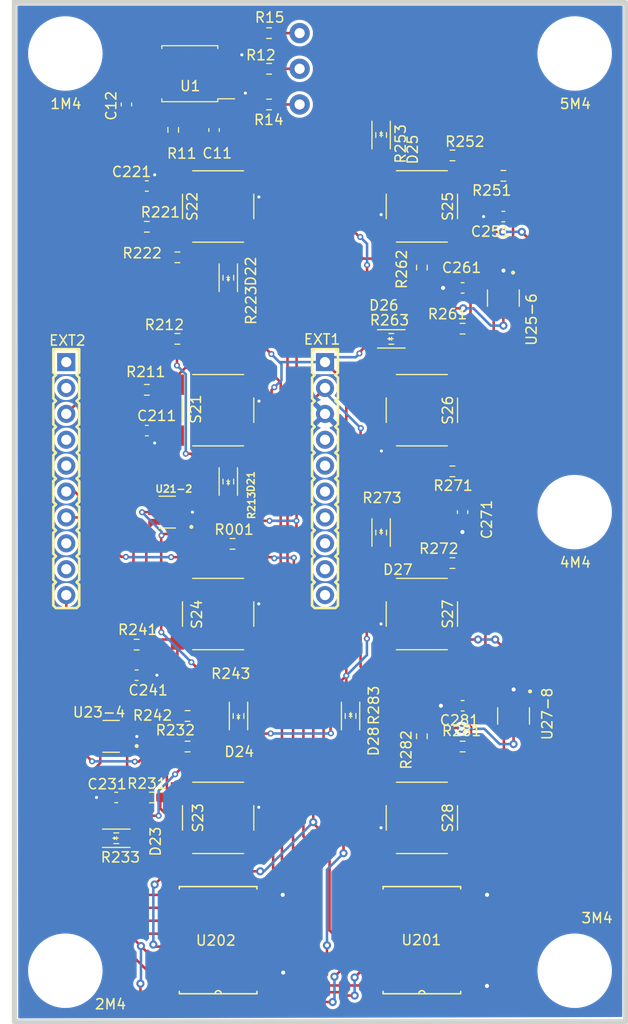
<source format=kicad_pcb>
(kicad_pcb (version 20211014) (generator pcbnew)
  (layers (0 "F.Cu" signal) (31 "B.Cu" power) (34 "B.Paste" user) (35 "F.Paste" user) (36 "B.SilkS" user "B.Silkscreen") (37 "F.SilkS" user "F.Silkscreen") (38 "B.Mask" user) (39 "F.Mask" user) (44 "Edge.Cuts" user))
  (net 0 "")
  (net 1 "/ADC_CH0-U11RP1")
  (net 2 "GND")
  (net 3 "+3V3")
  (net 4 "Net-(C211-Pad1)")
  (net 5 "Net-(C221-Pad1)")
  (net 6 "Net-(C231-Pad1)")
  (net 7 "Net-(C241-Pad1)")
  (net 8 "Net-(C251-Pad1)")
  (net 9 "Net-(C261-Pad1)")
  (net 10 "Net-(C271-Pad1)")
  (net 11 "Net-(C281-Pad1)")
  (net 12 "Net-(D21-Pad1)")
  (net 13 "+5V")
  (net 14 "Net-(D22-Pad1)")
  (net 15 "Net-(D23-Pad1)")
  (net 16 "Net-(D24-Pad1)")
  (net 17 "Net-(D25-Pad1)")
  (net 18 "Net-(D26-Pad1)")
  (net 19 "Net-(D27-Pad1)")
  (net 20 "Net-(D28-Pad1)")
  (net 31 "/GPIO32-INTB")
  (net 32 "/I2C_SCL")
  (net 35 "/I2C_SDA")
  (net 37 "Net-(R14-Pad1)")
  (net 38 "Net-(R15-Pad2)")
  (net 39 "Net-(R211-Pad2)")
  (net 40 "Net-(R221-Pad2)")
  (net 41 "Net-(R231-Pad2)")
  (net 42 "Net-(R241-Pad2)")
  (net 43 "Net-(R251-Pad2)")
  (net 44 "Net-(R261-Pad2)")
  (net 45 "Net-(R271-Pad2)")
  (net 46 "Net-(R281-Pad2)")
  (net 47 "/U20GPA7-S23LED")
  (net 48 "/U20GPA6-S24LED")
  (net 49 "/U20GPA5-S21LED")
  (net 50 "/U20GPA4-S22LED")
  (net 51 "/U20GPA1-S25LED")
  (net 52 "/U20GPA0-S26LED")
  (net 53 "/U20GPB0-U234S23")
  (net 54 "/U20GPB1-U234S24")
  (net 55 "/U20GPB2-U212S21")
  (net 56 "/U20GPB3-U212S22")
  (net 57 "/U20GPB4-U278S27")
  (net 58 "/U20GPB5-U278S28")
  (net 59 "/U20GPB6-U256S25")
  (net 60 "/U20GPB7-U256S26")
  (net 64 "Net-(R12-Pad1)")
  (net 65 "Net-(R12-Pad2)")
  (net 66 "/U20GPA3-S27LED")
  (net 67 "/U20GPA2-S28LED")
  (footprint "PCA8574D_518:SOIC127P1032X265-16N" (layer "F.Cu") (at 20 92 180)
    (fp_text reference "U202")
    (fp_text value "PCA8574D,518")
  )
  (footprint "Resistor_SMD:R_0603_1608Metric" (layer "F.Cu") (at 40 72 90)
    (fp_text reference "R282")
    (fp_text value "1KOhm")
  )
  (footprint "Resistor_SMD:R_0603_1608Metric" (layer "F.Cu") (at 13.5 78)
    (fp_text reference "R231")
    (fp_text value "10KOhm")
  )
  (footprint "MountingHole:MountingHole_4.3mm_M4_ISO14580" (layer "F.Cu") (at 5 95)
    (fp_text reference "2M4")
    (fp_text value "MountingHole_4.3mm_M4_ISO14580" hide)
  )
  (footprint "3006:3006.2100" (layer "F.Cu") (at 20 20.01 90)
    (fp_text reference "S22")
    (fp_text value "3006.2100")
  )
  (footprint "Resistor_SMD:R_0603_1608Metric" (layer "F.Cu") (at 33 70 90)
    (fp_text reference "R283")
    (fp_text value "150Ohm")
  )
  (footprint "3006:3006.2100" (layer "F.Cu") (at 40 80 -90)
    (fp_text reference "S28")
    (fp_text value "3006.2100")
  )
  (footprint "Resistor_SMD:R_0603_1608Metric" (layer "F.Cu") (at 17 70)
    (fp_text reference "R242")
    (fp_text value "1KOhm")
  )
  (footprint "NSI45020T1G:SOD3716X135N" (layer "F.Cu") (at 36 13 90)
    (fp_text reference "D25")
    (fp_text value "NSI45020T1G")
  )
  (footprint "connecteur:HN1x10" (layer "F.Cu") (at 30.492 46.71 -90)
    (fp_text reference "EXT1")
    (fp_text value "NS(HN1x10)" hide)
  )
  (footprint "Resistor_SMD:R_0603_1608Metric" (layer "F.Cu") (at 21.4122 53.1114)
    (fp_text reference "R001")
    (fp_text value "10kOhm")
  )
  (footprint "Resistor_SMD:R_0603_1608Metric" (layer "F.Cu") (at 44 32 180)
    (fp_text reference "R261")
    (fp_text value "10KOhm")
  )
  (footprint "Capacitor_SMD:C_0603_1608Metric" (layer "F.Cu") (at 44 28 180)
    (fp_text reference "C261")
    (fp_text value "100nF")
  )
  (footprint "Capacitor_SMD:C_0603_1608Metric" (layer "F.Cu") (at 48 21 180)
    (fp_text reference "C251")
    (fp_text value "100nF")
  )
  (footprint "Capacitor_SMD:C_0603_1608Metric" (layer "F.Cu") (at 13 42)
    (fp_text reference "C211")
    (fp_text value "100nF")
  )
  (footprint "Resistor_SMD:R_0603_1608Metric" (layer "F.Cu") (at 21 47 -90)
    (fp_text reference "R213")
    (fp_text value "150Ohm")
  )
  (footprint "Resistor_SMD:R_0603_1608Metric" (layer "F.Cu") (at 36 13 90)
    (fp_text reference "R253")
    (fp_text value "150Ohm")
  )
  (footprint "Resistor_SMD:R_0603_1608Metric" (layer "F.Cu") (at 22 70 -90)
    (fp_text reference "R243")
    (fp_text value "150Ohm")
  )
  (footprint "SN74LVC2G14DBVTG4:SOT95P280X145-6N" (layer "F.Cu") (at 9.5 72 180)
    (fp_text reference "U23-4")
    (fp_text value "SN74LVC2G14DBVTG4")
  )
  (footprint "MountingHole:MountingHole_4.3mm_M4_ISO14580" (layer "F.Cu") (at 55 95)
    (fp_text reference "3M4")
    (fp_text value "MountingHole_4.3mm_M4_ISO14580" hide)
  )
  (footprint "Resistor_SMD:R_0603_1608Metric" (layer "F.Cu") (at 25 6.5 180)
    (fp_text reference "R12")
    (fp_text value "150Ohm")
  )
  (footprint "SN74LVC2G14DBVTG4:SOT95P280X145-6N" (layer "F.Cu") (at 48 29 -90)
    (fp_text reference "U25-6")
    (fp_text value "SN74LVC2G14DBVTG4")
  )
  (footprint "connecteur:HN1x10" (layer "F.Cu") (at 5.092 46.71 -90)
    (fp_text reference "EXT2")
    (fp_text value "NS(HN1x10)" hide)
  )
  (footprint "NSI45020T1G:SOD3716X135N" (layer "F.Cu") (at 22 70 -90)
    (fp_text reference "D24")
    (fp_text value "NSI45020T1G")
  )
  (footprint "MountingHole:MountingHole_4.3mm_M4_ISO14580" (layer "F.Cu") (at 55 50)
    (fp_text reference "4M4")
    (fp_text value "MountingHole_4.3mm_M4_ISO14580" hide)
  )
  (footprint "3006:3006.2100" (layer "F.Cu") (at 20 80 90)
    (fp_text reference "S23")
    (fp_text value "3006.2100")
  )
  (footprint "MountingHole:MountingHole_4.3mm_M4_ISO14580" (layer "F.Cu") (at 55 5)
    (fp_text reference "5M4")
    (fp_text value "MountingHole_4.3mm_M4_ISO14580" hide)
  )
  (footprint "Resistor_SMD:R_0603_1608Metric" (layer "F.Cu") (at 43 55 180)
    (fp_text reference "R272")
    (fp_text value "1KOhm")
  )
  (footprint "Resistor_SMD:R_0603_1608Metric" (layer "F.Cu") (at 10 82 180)
    (fp_text reference "R233")
    (fp_text value "150Ohm")
  )
  (footprint "Capacitor_SMD:C_0603_1608Metric" (layer "F.Cu") (at 13 18)
    (fp_text reference "C221")
    (fp_text value "100nF")
  )
  (footprint "PCA8574D_518:SOIC127P1032X265-16N" (layer "F.Cu") (at 40 92 180)
    (fp_text reference "U201")
    (fp_text value "PCA8574D,518")
  )
  (footprint "NSI45020T1G:SOD3716X135N" (layer "F.Cu") (at 33 70 90)
    (fp_text reference "D28")
    (fp_text value "NSI45020T1G")
  )
  (footprint "NSI45020T1G:SOD3716X135N" (layer "F.Cu") (at 21 47 -90)
    (fp_text reference "D21")
    (fp_text value "NSI45020T1G")
  )
  (footprint "NSI45020T1G:SOD3716X135N" (layer "F.Cu") (at 21 27 -90)
    (fp_text reference "D22")
    (fp_text value "NSI45020T1G")
  )
  (footprint "Capacitor_SMD:C_0603_1608Metric" (layer "F.Cu") (at 44 50 -90)
    (fp_text reference "C271")
    (fp_text value "100nF")
  )
  (footprint "Resistor_SMD:R_0603_1608Metric" (layer "F.Cu") (at 37 33 180)
    (fp_text reference "R263")
    (fp_text value "150Ohm")
  )
  (footprint "Resistor_SMD:R_0603_1608Metric" (layer "F.Cu") (at 25 3)
    (fp_text reference "R15")
    (fp_text value "3.9kOhm")
  )
  (footprint "3006:3006.2100" (layer "F.Cu") (at 40 20 -90)
    (fp_text reference "S25")
    (fp_text value "3006.2100")
  )
  (footprint "3006:3006.2100" (layer "F.Cu") (at 40 60 -90)
    (fp_text reference "S27")
    (fp_text value "3006.2100")
  )
  (footprint "Resistor_SMD:R_0603_1608Metric" (layer "F.Cu") (at 16 33)
    (fp_text reference "R212")
    (fp_text value "1KOhm")
  )
  (footprint "Resistor_SMD:R_0603_1608Metric" (layer "F.Cu") (at 48 17 180)
    (fp_text reference "R251")
    (fp_text value "10KOhm")
  )
  (footprint "NSI45020T1G:SOD3716X135N" (layer "F.Cu") (at 37 33 180)
    (fp_text reference "D26")
    (fp_text value "NSI45020T1G")
  )
  (footprint "Capacitor_SMD:C_0603_1608Metric" (layer "F.Cu") (at 12 66)
    (fp_text reference "C241")
    (fp_text value "100nF")
  )
  (footprint "Capacitor_SMD:C_0603_1608Metric" (layer "F.Cu") (at 44 69 180)
    (fp_text reference "C281")
    (fp_text value "100nF")
  )
  (footprint "Resistor_SMD:R_0603_1608Metric" (layer "F.Cu") (at 12 63)
    (fp_text reference "R241")
    (fp_text value "10KOhm")
  )
  (footprint "Package_SO:SOIC-8_5.275x5.275mm_P1.27mm" (layer "F.Cu") (at 17.22 6.98 180)
    (fp_text reference "U1")
    (fp_text value "LM358")
  )
  (footprint "Capacitor_SMD:C_0603_1608Metric" (layer "F.Cu") (at 11 10 -90)
    (fp_text reference "C12")
    (fp_text value "100nF")
  )
  (footprint "Resistor_SMD:R_0603_1608Metric" (layer "F.Cu") (at 16 25)
    (fp_text reference "R222")
    (fp_text value "1KOhm")
  )
  (footprint "Resistor_SMD:R_0603_1608Metric" (layer "F.Cu") (at 36 52 90)
    (fp_text reference "R273")
    (fp_text value "150Ohm")
  )
  (footprint "NSI45020T1G:SOD3716X135N" (layer "F.Cu") (at 10 82 180)
    (fp_text reference "D23")
    (fp_text value "NSI45020T1G")
  )
  (footprint "SN74LVC2G14DBVTG4:SOT95P280X145-6N" (layer "F.Cu") (at 49 70 -90)
    (fp_text reference "U27-8")
    (fp_text value "SN74LVC2G14DBVTG4")
  )
  (footprint "Resistor_SMD:R_0603_1608Metric" (layer "F.Cu") (at 40 26 90)
    (fp_text reference "R262")
    (fp_text value "1KOhm")
  )
  (footprint "Resistor_SMD:R_0603_1608Metric" (layer "F.Cu") (at 43 46 180)
    (fp_text reference "R271")
    (fp_text value "10KOhm")
  )
  (footprint "3006:3006.2100" (layer "F.Cu") (at 20 40 90)
    (fp_text reference "S21")
    (fp_text value "3006.2100")
  )
  (footprint "Resistor_SMD:R_0603_1608Metric" (layer "F.Cu") (at 15.59 12.495 -90)
    (fp_text reference "R11")
    (fp_text value "10KOhm")
  )
  (footprint "Resistor_SMD:R_0603_1608Metric" (layer "F.Cu") (at 17 73)
    (fp_text reference "R232")
    (fp_text value "1KOhm")
  )
  (footprint "Capacitor_SMD:C_0603_1608Metric" (layer "F.Cu") (at 19.6 12.505 90)
    (fp_text reference "C11")
    (fp_text value "100nF")
  )
  (footprint "Resistor_SMD:R_0603_1608Metric" (layer "F.Cu") (at 13 38)
    (fp_text reference "R211")
    (fp_text value "10KOhm")
  )
  (footprint "NSI45020T1G:SOD3716X135N" (layer "F.Cu") (at 36 52 90)
    (fp_text reference "D27")
    (fp_text value "NSI45020T1G")
  )
  (footprint "SN74LVC2G14DBVTG4:SOT95P280X145-6N" (layer "F.Cu") (at 15 50 180)
    (fp_text reference "U21-2")
    (fp_text value "SN74LVC2G14DBVTG4")
  )
  (footprint "Resistor_SMD:R_0603_1608Metric" (layer "F.Cu") (at 21 27 -90)
    (fp_text reference "R223")
    (fp_text value "150Ohm")
  )
  (footprint "3006:3006.2100" (layer "F.Cu") (at 40 40 -90)
    (fp_text reference "S26")
    (fp_text value "3006.2100")
  )
  (footprint "Resistor_SMD:R_0603_1608Metric" (layer "F.Cu") (at 13 22)
    (fp_text reference "R221")
    (fp_text value "10KOhm")
  )
  (footprint "3006:3006.2100" (layer "F.Cu") (at 20 60 90)
    (fp_text reference "S24")
    (fp_text value "3006.2100")
  )
  (footprint "Capacitor_SMD:C_0603_1608Metric" (layer "F.Cu") (at 10 78 180)
    (fp_text reference "C231")
    (fp_text value "100nF")
  )
  (footprint "Resistor_SMD:R_0603_1608Metric" (layer "F.Cu") (at 44 73 180)
    (fp_text reference "R281")
    (fp_text value "10KOhm")
  )
  (footprint "Resistor_SMD:R_0603_1608Metric" (layer "F.Cu") (at 43 15 180)
    (fp_text reference "R252")
    (fp_text value "1KOhm")
  )
  (footprint "Resistor_SMD:R_0603_1608Metric" (layer "F.Cu") (at 25 10 180)
    (fp_text reference "R14")
    (fp_text value "680Ohm")
  )
  (footprint "MountingHole:MountingHole_4.3mm_M4_ISO14580" (layer "F.Cu") (at 5 5)
    (fp_text reference "1M4")
    (fp_text value "MountingHole_4.3mm_M4_ISO14580" hide)
  )
  (gr_rect locked (start 0 0) (end 60 100) (layer "Edge.Cuts") (width 0.5) (fill none))
  (segment (start 15.59 13.32) (end 19.56 13.32) (width 0.25) (layer "F.Cu") (net 1))
  (segment (start 8.68 36.772) (end 5.092 40.36) (width 0.25) (layer "F.Cu") (net 1))
  (segment (start 10.2 14.53) (end 8.68 16.05) (width 0.25) (layer "F.Cu") (net 1))
  (segment (start 14.38 14.53) (end 10.2 14.53) (width 0.25) (layer "F.Cu") (net 1))
  (segment (start 15.59 13.32) (end 14.38 14.53) (width 0.25) (layer "F.Cu") (net 1))
  (segment (start 19.56 13.32) (end 19.6 13.28) (width 0.25) (layer "F.Cu") (net 1))
  (segment (start 8.68 16.05) (end 8.68 36.772) (width 0.25) (layer "F.Cu") (net 1))
  (segment (start 44.7752 95.175) (end 44.7752 96.445) (width 0.25) (layer "F.Cu") (net 2))
  (segment (start 20.82 7.615) (end 20.82 8.885) (width 0.25) (layer "F.Cu") (net 2))
  (segment (start 49 67.41) (end 49.01 67.4) (width 0.25) (layer "F.Cu") (net 2))
  (segment (start 35.99 60.97) (end 36 60.98) (width 0.25) (layer "F.Cu") (net 2))
  (segment (start 19.6 11.73) (end 20.82 10.51) (width 0.25) (layer "F.Cu") (net 2))
  (segment (start 26.385 95.175) (end 24.7752 95.175) (width 0.25) (layer "F.Cu") (net 2))
  (segment (start 20.82 10.51) (end 20.82 8.885) (width 0.25) (layer "F.Cu") (net 2))
  (segment (start 36 60.98) (end 36 62.5) (width 0.25) (layer "F.Cu") (net 2))
  (segment (start 12.01 72) (end 10.755 72) (width 0.25) (layer "F.Cu") (net 2))
  (segment (start 22.275 5.075) (end 22.33 5.13) (width 0.25) (layer "F.Cu") (net 2))
  (segment (start 24.7752 95.175) (end 24.7752 93.905) (width 0.25) (layer "F.Cu") (net 2))
  (segment (start 35.99 80.97) (end 36 80.98) (width 0.25) (layer "F.Cu") (net 2))
  (segment (start 24 39.1) (end 24.01 39.11) (width 0.25) (layer "F.Cu") (net 2))
  (segment (start 24 78.95) (end 24 77.5) (width 0.25) (layer "F.Cu") (net 2))
  (segment (start 42.08 28) (end 42.06 27.98) (width 0.25) (layer "F.Cu") (net 2))
  (segment (start 13.775 43.215) (end 13.77 43.22) (width 0.25) (layer "F.Cu") (net 2))
  (segment (start 24.7752 87.555) (end 26.34 87.555) (width 0.25) (layer "F.Cu") (net 2))
  (segment (start 15.59 11.67) (end 11.895 11.67) (width 0.25) (layer "F.Cu") (net 2))
  (segment (start 43.225 28) (end 42.08 28) (width 0.25) (layer "F.Cu") (net 2))
  (segment (start 20.82 8.885) (end 22.675 8.885) (width 0.25) (layer "F.Cu") (net 2))
  (segment (start 48 26.31) (end 48.01 26.3) (width 0.25) (layer "F.Cu") (net 2))
  (segment (start 15.59 11.67) (end 19.54 11.67) (width 0.25) (layer "F.Cu") (net 2))
  (segment (start 44.7752 87.555) (end 46.395 87.555) (width 0.25) (layer "F.Cu") (net 2))
  (segment (start 44 51.93) (end 43.98 51.95) (width 0.25) (layer "F.Cu") (net 2))
  (segment (start 19.54 11.67) (end 19.6 11.73) (width 0.25) (layer "F.Cu") (net 2))
  (segment (start 23.06 8.885) (end 24.175 10) (width 0.25) (layer "F.Cu") (net 2))
  (segment (start 36 22.5) (end 36 20.81) (width 0.25) (layer "F.Cu") (net 2))
  (segment (start 23.99 78.96) (end 24 78.95) (width 0.25) (layer "F.Cu") (net 2))
  (segment (start 24 37.5) (end 24 39.1) (width 0.25) (layer "F.Cu") (net 2))
  (segment (start 12.775 66) (end 13.99 66) (width 0.25) (layer "F.Cu") (net 2))
  (segment (start 12.02 72.01) (end 12.01 72) (width 0.25) (layer "F.Cu") (net 2))
  (segment (start 11.895 11.67) (end 11 10.775) (width 0.25) (layer "F.Cu") (net 2))
  (segment (start 46.395 87.555) (end 46.4 87.55) (width 0.25) (layer "F.Cu") (net 2))
  (segment (start 22.675 8.885) (end 23.06 8.885) (width 0.25) (layer "F.Cu") (net 2))
  (segment (start 44.7752 93.905) (end 44.7752 95.175) (width 0.25) (layer "F.Cu") (net 2))
  (segment (start 17.48 50) (end 16.255 50) (width 0.25) (layer "F.Cu") (net 2))
  (segment (start 43.225 69) (end 41.87 69) (width 0.25) (layer "F.Cu") (net 2))
  (segment (start 48 27.745) (end 48 26.31) (width 0.25) (layer "F.Cu") (net 2))
  (segment (start 24 19.08) (end 24 17.51) (width 0.25) (layer "F.Cu") (net 2))
  (segment (start 44.7752 96.445) (end 46.345 96.445) (width 0.25) (layer "F.Cu") (net 2))
  (segment (start 13.77 16.9) (end 13.77 17.995) (width 0.25) (layer "F.Cu") (net 2))
  (segment (start 23.99 59) (end 24 58.99) (width 0.25) (layer "F.Cu") (net 2))
  (segment (start 44 50.775) (end 44 51.93) (width 0.25) (layer "F.Cu") (net 2))
  (segment (start 49 68.745) (end 49 67.41) (width 0.25) (layer "F.Cu") (net 2))
  (segment (start 20.82 5.075) (end 22.275 5.075) (width 0.25) (layer "F.Cu") (net 2))
  (segment (start 46.06 21) (end 47.225 21) (width 0.25) (layer "F.Cu") (net 2))
  (segment (start 13.775 42) (end 13.775 43.215) (width 0.25) (layer "F.Cu") (net 2))
  (segment (start 43.98 51.95) (end 43.97 51.96) (width 0.25) (layer "F.Cu") (net 2))
  (segment (start 36 80.98) (end 36 82.5) (width 0.25) (layer "F.Cu") (net 2))
  (segment (start 36 43.97) (end 36 42.5) (width 0.25) (layer "F.Cu") (net 2))
  (segment (start 9.225 78) (end 8.06 78) (width 0.25) (layer "F.Cu") (net 2))
  (segment (start 24 58.99) (end 24 57.5) (width 0.25) (layer "F.Cu") (net 2))
  (segment (start 13.77 17.995) (end 13.775 18) (width 0.25) (layer "F.Cu") (net 2))
  (via (at 48.01 26.3) (size 0.8) (drill 0.4) (layers "F.Cu" "B.Cu") (net 2))
  (via (at 23.99 78.96) (size 0.6) (drill 0.3) (layers "F.Cu" "B.Cu") (net 2))
  (via (at 49.01 67.4) (size 0.8) (drill 0.4) (layers "F.Cu" "B.Cu") (net 2))
  (via (at 35.99 60.97) (size 0.6) (drill 0.3) (layers "F.Cu" "B.Cu") (net 2))
  (via (at 13.77 16.9) (size 0.6) (drill 0.3) (layers "F.Cu" "B.Cu") (net 2))
  (via (at 46.4 87.55) (size 0.8) (drill 0.4) (layers "F.Cu" "B.Cu") (net 2))
  (via (at 35.99 80.97) (size 0.6) (drill 0.3) (layers "F.Cu" "B.Cu") (net 2))
  (via (at 46.06 21) (size 0.6) (drill 0.3) (layers "F.Cu" "B.Cu") (net 2))
  (via (at 46.39 96.49) (size 0.8) (drill 0.4) (layers "F.Cu" "B.Cu") (net 2))
  (via (at 13.77 43.22) (size 0.6) (drill 0.3) (layers "F.Cu" "B.Cu") (net 2))
  (via (at 13.99 66) (size 0.6) (drill 0.3) (layers "F.Cu" "B.Cu") (net 2))
  (via (at 23.99 59) (size 0.6) (drill 0.3) (layers "F.Cu" "B.Cu") (net 2))
  (via (at 36.03 44) (size 0.6) (drill 0.3) (layers "F.Cu" "B.Cu") (net 2))
  (via (at 26.34 87.555) (size 0.8) (drill 0.4) (layers "F.Cu" "B.Cu") (net 2))
  (via (at 12.02 72.01) (size 0.6) (drill 0.3) (layers "F.Cu" "B.Cu") (net 2))
  (via (at 8.06 78) (size 0.6) (drill 0.3) (layers "F.Cu" "B.Cu") (net 2))
  (via (at 17.48 50) (size 0.6) (drill 0.3) (layers "F.Cu" "B.Cu") (net 2))
  (via (at 43.98 51.95) (size 0.8) (drill 0.4) (layers "F.Cu" "B.Cu") (net 2))
  (via (at 24 19.08) (size 0.6) (drill 0.3) (layers "F.Cu" "B.Cu") (net 2))
  (via (at 42.08 28) (size 0.8) (drill 0.4) (layers "F.Cu" "B.Cu") (net 2))
  (via (at 36 20.81) (size 0.6) (drill 0.3) (layers "F.Cu" "B.Cu") (net 2))
  (via (at 22.675 8.885) (size 0.6) (drill 0.3) (layers "F.Cu" "B.Cu") (net 2))
  (via (at 41.87 69) (size 0.8) (drill 0.4) (layers "F.Cu" "B.Cu") (net 2))
  (via (at 22.33 5.13) (size 0.6) (drill 0.3) (layers "F.Cu" "B.Cu") (net 2))
  (via (at 26.39 95.18) (size 0.8) (drill 0.4) (layers "F.Cu" "B.Cu") (net 2))
  (via (at 24.01 39.11) (size 0.6) (drill 0.3) (layers "F.Cu" "B.Cu") (net 2))
  (segment (start 31.56 22.45) (end 27.7 26.31) (width 0.25) (layer "F.Cu") (net 3))
  (segment (start 17.37 64.73) (end 17.825 65.185) (width 0.25) (layer "F.Cu") (net 3))
  (segment (start 17.825 71.995) (end 17.825 73) (width 0.25) (layer "F.Cu") (net 3))
  (segment (start 13.28 9.225) (end 11.965 9.225) (width 0.25) (layer "F.Cu") (net 3))
  (segment (start 48 31.7) (end 48 30.255) (width 0.25) (layer "F.Cu") (net 3))
  (segment (start 42.175 10.725) (end 42.175 15) (width 0.25) (layer "F.Cu") (net 3))
  (segment (start 39.66 54.18) (end 39.66 48.4) (width 0.25) (layer "F.Cu") (net 3))
  (segment (start 25.905 4.73) (end 24.175 3) (width 0.25) (layer "F.Cu") (net 3))
  (segment (start 32.3088 81.8388) (end 32.3088 83.4644) (width 0.25) (layer "F.Cu") (net 3))
  (segment (start 39.950489 25.125489) (end 34.235489 25.125489) (width 0.25) (layer "F.Cu") (net 3))
  (segment (start 15.7614 97.5614) (end 24.5364 97.5614) (width 0.25) (layer "F.Cu") (net 3))
  (segment (start 29.6152 96.445) (end 28.015 96.445) (width 0.25) (layer "F.Cu") (net 3))
  (segment (start 19.7866 53.1114) (end 20.5872 53.1114) (width 0.25) (layer "F.Cu") (net 3))
  (segment (start 19.6592 50.8508) (end 19.34 51.17) (width 0.25) (layer "F.Cu") (net 3))
  (segment (start 18.37 52.14) (end 18.5926 51.9174) (width 0.25) (layer "F.Cu") (net 3))
  (segment (start 17.72 72.1) (end 17.825 71.995) (width 0.25) (layer "F.Cu") (net 3))
  (segment (start 24.7752 96.445) (end 28.015 96.445) (width 0.25) (layer "F.Cu") (net 3))
  (segment (start 44.0505 30) (end 42.49 30) (width 0.25) (layer "F.Cu") (net 3))
  (segment (start 14.44 52.29) (end 14.59 52.14) (width 0.25) (layer "F.Cu") (net 3))
  (segment (start 12.5445 50) (end 13.745 50) (width 0.25) (layer "F.Cu") (net 3))
  (segment (start 30.6832 95.377) (end 29.6152 96.445) (width 0.25) (layer "F.Cu") (net 3))
  (segment (start 28.2956 53.1114) (end 28.2956 59.5884) (width 0.25) (layer "F.Cu") (net 3))
  (segment (start 16.825 33.565) (end 16.825 33) (width 0.25) (layer "F.Cu") (net 3))
  (segment (start 49 71.255) (end 49 72.94) (width 0.25) (layer "F.Cu") (net 3))
  (segment (start 11.965 3.895) (end 11.965 9.225) (width 0.25) (layer "F.Cu") (net 3))
  (segment (start 19.34 46.29) (end 19.34 51.17) (width 0.25) (layer "F.Cu") (net 3))
  (segment (start 30.492 37.82) (end 27.7 40.612) (width 0.25) (layer "F.Cu") (net 3))
  (segment (start 27.7 50.8368) (end 27.686 50.8508) (width 0.25) (layer "F.Cu") (net 3))
  (segment (start 34.235489 25.125489) (end 31.56 22.45) (width 0.25) (layer "F.Cu") (net 3))
  (segment (start 14.59 52.14) (end 18.37 52.14) (width 0.25) (layer "F.Cu") (net 3))
  (segment (start 34.15 47.02) (end 33.979989 46.849989) (width 0.25) (layer "F.Cu") (net 3))
  (segment (start 40 54.52) (end 39.66 54.18) (width 0.25) (layer "F.Cu") (net 3))
  (segment (start 27.686 52.5018) (end 28.2956 53.1114) (width 0.25) (layer "F.Cu") (net 3))
  (segment (start 34.31 9.42) (end 29.62 4.73) (width 0.25) (layer "F.Cu") (net 3))
  (segment (start 17.315 44.265) (end 19.34 46.29) (width 0.25) (layer "F.Cu") (net 3))
  (segment (start 7.63025 74.45) (end 6.9596 73.77935) (width 0.25) (layer "F.Cu") (net 3))
  (segment (start 40.015 25.16) (end 40 25.175) (width 0.25) (layer "F.Cu") (net 3))
  (segment (start 27.7 26.31) (end 27.7 41.34) (width 0.25) (layer "F.Cu") (net 3))
  (segment (start 41.13 25.33) (end 40.96 25.16) (width 0.25) (layer "F.Cu") (net 3))
  (segment (start 18.5926 51.9174) (end 19.34 51.17) (width 0.25) (layer "F.Cu") (net 3))
  (segment (start 24.5364 97.5614) (end 24.7752 97.3226) (width 0.25) (layer "F.Cu") (net 3))
  (segment (start 38.28 47.02) (end 34.15 47.02) (width 0.25) (layer "F.Cu") (net 3))
  (segment (start 28.015 96.445) (end 35.2248 96.445) (width 0.25) (layer "F.Cu") (net 3))
  (segment (start 6.9596 73.77935) (end 6.9596 72.4154) (width 0.25) (layer "F.Cu") (net 3))
  (segment (start 13.62 8.885) (end 13.28 9.225) (width 0.25) (layer "F.Cu") (net 3))
  (segment (start 14.41 52.32) (end 14.41 61.77) (width 0.25) (layer "F.Cu") (net 3))
  (segment (start 39.66 48.4) (end 38.28 47.02) (width 0.25) (layer "F.Cu") (net 3))
  (segment (start 12.22 74.48) (end 14.6 72.1) (width 0.25) (layer "F.Cu") (net 3))
  (segment (start 17.825 65.185) (end 17.825 71.995) (width 0.25) (layer "F.Cu") (net 3))
  (segment (start 34.008 41.768) (end 33.979989 41.796011) (width 0.25) (layer "F.Cu") (net 3))
  (segment (start 14.41 61.77) (end 14.425 61.785) (width 0.25) (layer "F.Cu") (net 3))
  (segment (start 40 25.175) (end 39.950489 25.125489) (width 0.25) (layer "F.Cu") (net 3))
  (segment (start 15.2248 97.0248) (end 15.7614 97.5614) (width 0.25) (layer "F.Cu") (net 3))
  (segment (start 34.31 9.42) (end 40.87 9.42) (width 0.25) (layer "F.Cu") (net 3))
  (segment (start 30.353 79.883) (end 32.3088 81.8388) (width 0.25) (layer "F.Cu") (net 3))
  (segment (start 14.6 72.1) (end 17.72 72.1) (width 0.25) (layer "F.Cu") (net 3))
  (segment (start 30.6832 92.5068) (end 30.6832 95.377) (width 0.25) (layer "F.Cu") (net 3))
  (segment (start 15.96 34.98) (end 16.825 34.115) (width 0.25) (layer "F.Cu") (net 3))
  (segment (start 11.965 9.225) (end 11 9.225) (width 0.25) (layer "F.Cu") (net 3))
  (segment (start 27.7 40.612) (end 27.7 41.34) (width 0.25) (layer "F.Cu") (net 3))
  (segment (start 40.87 9.42) (end 42.175 10.725) (width 0.25) (layer "F.Cu") (net 3))
  (segment (start 7.375 72) (end 8.245 72) (width 0.25) (layer "F.Cu") (net 3))
  (segment (start 33.979989 65.154989) (end 40 71.175) (width 0.25) (layer "F.Cu") (net 3))
  (segment (start 27.7 41.34) (end 27.7 50.8368) (width 0.25) (layer "F.Cu") (net 3))
  (segment (start 43.815 71.175) (end 43.9 71.26) (width 0.25) (layer "F.Cu") (net 3))
  (segment (start 42.175 55) (end 41.695 54.52) (width 0.25) (layer "F.Cu") (net 3))
  (segment (start 40 71.175) (end 43.815 71.175) (width 0.25) (layer "F.Cu") (net 3))
  (segment (start 42.49 30) (end 41.13 28.64) (width 0.25) (layer "F.Cu") (net 3))
  (segment (start 28.2956 59.5884) (end 30.353 61.6458) (width 0.25) (layer "F.Cu") (net 3))
  (segment (start 14.44 52.29) (end 14.41 52.32) (width 0.25) (layer "F.Cu") (net 3))
  (segment (start 24.7752 97.3226) (end 24.7752 96.445) (width 0.25) (layer "F.Cu") (net 3))
  (segment (start 16.825 44.265) (end 17.315 44.265) (width 0.25) (layer "F.Cu") (net 3))
  (segment (start 15.2248 96.445) (end 15.2248 97.0248) (width 0.25) (layer "F.Cu") (net 3))
  (segment (start 24.175 3) (end 12.86 3) (width 0.25) (layer "F.Cu") (net 3))
  (segment (start 33.979989 41.796011) (end 33.979989 46.849989) (width 0.25) (layer "F.Cu") (net 3))
  (segment (start 25.0444 50.8508) (end 19.6592 50.8508) (width 0.25) (layer "F.Cu") (net 3))
  (segment (start 41.695 54.52) (end 40 54.52) (width 0.25) (layer "F.Cu") (net 3))
  (segment (start 17.825 70) (end 17.825 65.185) (width 0.25) (layer "F.Cu") (net 3))
  (segment (start 33.979989 46.849989) (end 33.979989 65.154989) (width 0.25) (layer "F.Cu") (net 3))
  (segment (start 30.353 61.6458) (end 30.353 79.883) (width 0.25) (layer "F.Cu") (net 3))
  (segment (start 27.686 50.8508) (end 27.686 52.5018) (width 0.25) (layer "F.Cu") (net 3))
  (segment (start 18.5926 51.9174) (end 19.7866 53.1114) (width 0.25) (layer "F.Cu") (net 3))
  (segment (start 12.86 3) (end 11.965 3.895) (width 0.25) (layer "F.Cu") (net 3))
  (segment (start 16.825 34.115) (end 16.825 33.565) (width 0.25) (layer "F.Cu") (net 3))
  (segment (start 6.9596 72.4154) (end 7.375 72) (width 0.25) (layer "F.Cu") (net 3))
  (segment (start 31.56 22.45) (end 31.56 12.17) (width 0.25) (layer "F.Cu") (net 3))
  (segment (start 41.13 28.64) (end 41.13 25.33) (width 0.25) (layer "F.Cu") (net 3))
  (segment (start 11.81975 74.48) (end 12.22 74.48) (width 0.25) (layer "F.Cu") (net 3))
  (segment (start 29.62 4.73) (end 25.905 4.73) (width 0.25) (layer "F.Cu") (net 3))
  (segment (start 40.96 25.16) (end 40.015 25.16) (width 0.25) (layer "F.Cu") (net 3))
  (segment (start 15.96 35.61) (end 15.96 34.98) (width 0.25) (layer "F.Cu") (net 3))
  (segment (start 16.825 25) (end 16.825 33.565) (width 0.25) (layer "F.Cu") (net 3))
  (segment (start 31.56 12.17) (end 34.31 9.42) (width 0.25) (layer "F.Cu") (net 3))
  (via (at 30.6832 92.5068) (size 0.8) (drill 0.4) (layers "F.Cu" "B.Cu") (net 3))
  (via (at 25.0444 50.8508) (size 0.6) (drill 0.3) (layers "F.Cu" "B.Cu") (net 3))
  (via (at 43.9 71.26) (size 0.8) (drill 0.4) (layers "F.Cu" "B.Cu") (net 3))
  (via (at 48 31.7) (size 0.8) (drill 0.4) (layers "F.Cu" "B.Cu") (net 3))
  (via (at 34.008 41.768) (size 0.6) (drill 0.3) (layers "F.Cu" "B.Cu") (net 3))
  (via (at 14.44 52.29) (size 0.6) (drill 0.3) (layers "F.Cu" "B.Cu") (net 3))
  (via (at 16.825 44.265) (size 0.6) (drill 0.3) (layers "F.Cu" "B.Cu") (net 3))
  (via (at 17.37 64.73) (size 0.6) (drill 0.3) (layers "F.Cu" "B.Cu") (net 3))
  (via (at 32.3088 83.4644) (size 0.8) (drill 0.4) (layers "F.Cu" "B.Cu") (net 3))
  (via (at 11.81975 74.48) (size 0.6) (drill 0.3) (layers "F.Cu" "B.Cu") (net 3))
  (via (at 44.0505 30) (size 0.8) (drill 0.4) (layers "F.Cu" "B.Cu") (net 3))
  (via (at 14.425 61.785) (size 0.6) (drill 0.3) (layers "F.Cu" "B.Cu") (net 3))
  (via (at 7.63025 74.45) (size 0.6) (drill 0.3) (layers "F.Cu" "B.Cu") (net 3))
  (via (at 49 72.76) (size 0.8) (drill 0.4) (layers "F.Cu" "B.Cu") (net 3))
  (via (at 27.686 50.8508) (size 0.6) (drill 0.3) (layers "F.Cu" "B.Cu") (net 3))
  (via (at 15.96 35.61) (size 0.6) (drill 0.3) (layers "F.Cu" "B.Cu") (net 3))
  (via (at 12.5345 50.01) (size 0.6) (drill 0.3) (layers "F.Cu" "B.Cu") (net 3))
  (segment (start 46.76 31.7) (end 48 31.7) (width 0.25) (layer "B.Cu") (net 3))
  (segment (start 45.06 30) (end 46.76 31.7) (width 0.25) (layer "B.Cu") (net 3))
  (segment (start 11.78975 74.45) (end 7.63025 74.45) (width 0.25) (layer "B.Cu") (net 3))
  (segment (start 34.008 41.768) (end 30.492 38.252) (width 0.25) (layer "B.Cu") (net 3))
  (segment (start 30.6832 85.09) (end 30.6832 92.5068) (width 0.25) (layer "B.Cu") (net 3))
  (segment (start 14.425 61.785) (end 17.37 64.73) (width 0.25) (layer "B.Cu") (net 3))
  (segment (start 16.825 36.475) (end 16.825 44.265) (width 0.25) (layer "B.Cu") (net 3))
  (segment (start 14.44 52.29) (end 14.44 51.9155) (width 0.25) (layer "B.Cu") (net 3))
  (segment (start 30.492 38.252) (end 30.492 37.82) (width 0.25) (layer "B.Cu") (net 3))
  (segment (start 49 72.76) (end 47.63 72.76) (width 0.25) (layer "B.Cu") (net 3))
  (segment (start 47.63 72.76) (end 46.13 71.26) (width 0.25) (layer "B.Cu") (net 3))
  (segment (start 15.96 35.61) (end 16.825 36.475) (width 0.25) (layer "B.Cu") (net 3))
  (segment (start 44.0505 30) (end 45.06 30) (width 0.25) (layer "B.Cu") (net 3))
  (segment (start 46.13 71.26) (end 43.9 71.26) (width 0.25) (layer "B.Cu") (net 3))
  (segment (start 14.44 51.9155) (end 12.5345 50.01) (width 0.25) (layer "B.Cu") (net 3))
  (segment (start 27.686 50.8508) (end 25.0444 50.8508) (width 0.25) (layer "B.Cu") (net 3))
  (segment (start 32.3088 83.4644) (end 30.6832 85.09) (width 0.25) (layer "B.Cu") (net 3))
  (segment (start 18.51 50.19) (end 17.75 50.95) (width 0.25) (layer "F.Cu") (net 4))
  (segment (start 12.225 44.275) (end 13.32 45.37) (width 0.25) (layer "F.Cu") (net 4))
  (segment (start 12.175 38) (end 11.98 38.195) (width 0.25) (layer "F.Cu") (net 4))
  (segment (start 18.51 46.73) (end 18.51 50.19) (width 0.25) (layer "F.Cu") (net 4))
  (segment (start 17.75 50.95) (end 16.255 50.95) (width 0.25) (layer "F.Cu") (net 4))
  (segment (start 12.225 42) (end 12.225 44.275) (width 0.25) (layer "F.Cu") (net 4))
  (segment (start 11.98 41.755) (end 12.225 42) (width 0.25) (layer "F.Cu") (net 4))
  (segment (start 11.98 38.195) (end 11.98 41.755) (width 0.25) (layer "F.Cu") (net 4))
  (segment (start 13.32 45.37) (end 17.15 45.37) (width 0.25) (layer "F.Cu") (net 4))
  (segment (start 17.15 45.37) (end 18.51 46.73) (width 0.25) (layer "F.Cu") (net 4))
  (segment (start 9.95 23.03) (end 9.95 43.99) (width 0.25) (layer "F.Cu") (net 5))
  (segment (start 17.75 47.28) (end 17.75 48.93) (width 0.25) (layer "F.Cu") (net 5))
  (segment (start 16.88 46.41) (end 17.75 47.28) (width 0.25) (layer "F.Cu") (net 5))
  (segment (start 12.225 18) (end 12.225 21.95) (width 0.25) (layer "F.Cu") (net 5))
  (segment (start 12.37 46.41) (end 16.88 46.41) (width 0.25) (layer "F.Cu") (net 5))
  (segment (start 12.225 21.95) (end 12.175 22) (width 0.25) (layer "F.Cu") (net 5))
  (segment (start 17.75 48.93) (end 17.63 49.05) (width 0.25) (layer "F.Cu") (net 5))
  (segment (start 9.95 43.99) (end 12.37 46.41) (width 0.25) (layer "F.Cu") (net 5))
  (segment (start 17.63 49.05) (end 16.255 49.05) (width 0.25) (layer "F.Cu") (net 5))
  (segment (start 12.175 22) (end 10.98 22) (width 0.25) (layer "F.Cu") (net 5))
  (segment (start 10.98 22) (end 9.95 23.03) (width 0.25) (layer "F.Cu") (net 5))
  (segment (start 10.775 78) (end 12.675 78) (width 0.25) (layer "F.Cu") (net 6))
  (segment (start 11.07 73.265) (end 11.07 77.705) (width 0.25) (layer "F.Cu") (net 6))
  (segment (start 11.07 77.705) (end 10.775 78) (width 0.25) (layer "F.Cu") (net 6))
  (segment (start 10.755 72.95) (end 11.07 73.265) (width 0.25) (layer "F.Cu") (net 6))
  (segment (start 10.93 66.295) (end 10.93 70.875) (width 0.25) (layer "F.Cu") (net 7))
  (segment (start 11.225 66) (end 10.93 66.295) (width 0.25) (layer "F.Cu") (net 7))
  (segment (start 11.175 65.95) (end 11.225 66) (width 0.25) (layer "F.Cu") (net 7))
  (segment (start 10.93 70.875) (end 10.755 71.05) (width 0.25) (layer "F.Cu") (net 7))
  (segment (start 11.175 63) (end 11.175 65.95) (width 0.25) (layer "F.Cu") (net 7))
  (segment (start 48.775 21) (end 48.72 21.055) (width 0.25) (layer "F.Cu") (net 8))
  (segment (start 48.95 27.745) (end 48.95 21.175) (width 0.25) (layer "F.Cu") (net 8))
  (segment (start 48.95 21.175) (end 48.775 21) (width 0.25) (layer "F.Cu") (net 8))
  (segment (start 48.825 20.95) (end 48.775 21) (width 0.25) (layer "F.Cu") (net 8))
  (segment (start 48.825 17) (end 48.825 20.95) (width 0.25) (layer "F.Cu") (net 8))
  (segment (start 44.775 28) (end 46.795 28) (width 0.25) (layer "F.Cu") (net 9))
  (segment (start 44.775 28) (end 44.775 31.95) (width 0.25) (layer "F.Cu") (net 9))
  (segment (start 46.795 28) (end 47.05 27.745) (width 0.25) (layer "F.Cu") (net 9))
  (segment (start 44.775 31.95) (end 44.825 32) (width 0.25) (layer "F.Cu") (net 9))
  (segment (start 44.907 49.225) (end 45.466 49.784) (width 0.25) (layer "F.Cu") (net 10))
  (segment (start 46.234511 61.982511) (end 46.234511 63.534511) (width 0.25) (layer "F.Cu") (net 10))
  (segment (start 43.825 49.05) (end 44 49.225) (width 0.25) (layer "F.Cu") (net 10))
  (segment (start 46.234511 63.534511) (end 49.95 67.25) (width 0.25) (layer "F.Cu") (net 10))
  (segment (start 49.95 67.25) (end 49.95 68.745) (width 0.25) (layer "F.Cu") (net 10))
  (segment (start 45.466 49.784) (end 45.466 61.214) (width 0.25) (layer "F.Cu") (net 10))
  (segment (start 45.466 61.214) (end 46.234511 61.982511) (width 0.25) (layer "F.Cu") (net 10))
  (segment (start 44 49.225) (end 44.907 49.225) (width 0.25) (layer "F.Cu") (net 10))
  (segment (start 43.825 46) (end 43.825 49.05) (width 0.25) (layer "F.Cu") (net 10))
  (segment (start 47.795 69) (end 48.05 68.745) (width 0.25) (layer "F.Cu") (net 11))
  (segment (start 44.825 69.05) (end 44.775 69) (width 0.25) (layer "F.Cu") (net 11))
  (segment (start 44.825 73) (end 44.825 69.05) (width 0.25) (layer "F.Cu") (net 11))
  (segment (start 44.775 69) (end 47.795 69) (width 0.25) (layer "F.Cu") (net 11))
  (segment (start 24 43.42) (end 22.15 45.27) (width 0.25) (layer "F.Cu") (net 12))
  (segment (start 21 45.27) (end 21 46.175) (width 0.25) (layer "F.Cu") (net 12))
  (segment (start 24 42.5) (end 24 43.42) (width 0.25) (layer "F.Cu") (net 12))
  (segment (start 22.15 45.27) (end 21 45.27) (width 0.25) (layer "F.Cu") (net 12))
  (segment (start 33.64 11.27) (end 36 11.27) (width 0.25) (layer "F.Cu") (net 13))
  (segment (start 31.0642 71.7042) (end 31.0388 71.6788) (width 0.25) (layer "F.Cu") (net 13))
  (segment (start 25.51598 37.75) (end 25.25 38.01598) (width 0.25) (layer "F.Cu") (net 13))
  (segment (start 22 71.73) (end 22 70.825) (width 0.25) (layer "F.Cu") (net 13))
  (segment (start 22.58 48.3) (end 22.15 48.73) (width 0.25) (layer "F.Cu") (net 13))
  (segment (start 14.158411 79.791589) (end 7.998411 79.791589) (width 0.25) (layer "F.Cu") (net 13))
  (segment (start 7.77 80.02) (end 7.77 81.5) (width 0.25) (layer "F.Cu") (net 13))
  (segment (start 32.58 67.85) (end 33 68.27) (width 0.25) (layer "F.Cu") (net 13))
  (segment (start 34.58952 50.74048) (end 35.06 50.27) (width 0.25) (layer "F.Cu") (net 13))
  (segment (start 21 28.73) (end 21 27.825) (width 0.25) (layer "F.Cu") (net 13))
  (segment (start 22.58 46.26) (end 22.58 48.3) (width 0.25) (layer "F.Cu") (net 13))
  (segment (start 21 48.73) (end 21 47.825) (width 0.25) (layer "F.Cu") (net 13))
  (segment (start 32.58 66.05) (end 32.58 67.85) (width 0.25) (layer "F.Cu") (net 13))
  (segment (start 25.25 38.01598) (end 25.25 43.59) (width 0.25) (layer "F.Cu") (net 13))
  (segment (start 32.58 12.33) (end 33.64 11.27) (width 0.25) (layer "F.Cu") (net 13))
  (segment (start 35.06 50.27) (end 36 50.27) (width 0.25) (layer "F.Cu") (net 13))
  (segment (start 24.01 71.73) (end 24.01 73.62) (width 0.25) (layer "F.Cu") (net 13))
  (segment (start 33.87 34.32) (end 35.19 33) (width 0.25) (layer "F.Cu") (net 13))
  (segment (start 21 30.26) (end 25.23 34.49) (width 0.25) (layer "F.Cu") (net 13))
  (segment (start 31.0388 71.6788) (end 31.0388 67.5912) (width 0.25) (layer "F.Cu") (net 13))
  (segment (start 16.79 74.71) (end 15.78 75.72) (width 0.25) (layer "F.Cu") (net 13))
  (segment (start 24.01 71.73) (end 25.15 71.73) (width 0.25) (layer "F.Cu") (net 13))
  (segment (start 34.6045 62.413411) (end 34.58952 62.398431) (width 0.25) (layer "F.Cu") (net 13))
  (segment (start 25.25 43.59) (end 22.58 46.26) (width 0.25) (layer "F.Cu") (net 13))
  (segment (start 33.95 23) (end 33.87 23) (width 0.25) (layer "F.Cu") (net 13))
  (segment (start 21 28.73) (end 21 30.26) (width 0.25) (layer "F.Cu") (net 13))
  (segment (start 7.998411 79.791589) (end 7.77 80.02) (width 0.25) (layer "F.Cu") (net 13))
  (segment (start 35.27 33) (end 34.62 32.35) (width 0.25) (layer "F.Cu") (net 13))
  (segment (start 30.492 35.28) (end 32.58 37.368) (width 0.25) (layer "F.Cu") (net 13))
  (segment (start 31.0388 67.5912) (end 32.58 66.05) (width 0.25) (layer "F.Cu") (net 13))
  (segment (start 33.87 23) (end 32.56 21.69) (width 0.25) (layer "F.Cu") (net 13))
  (segment (start 34.58952 62.398431) (end 34.58952 50.74048) (width 0.25) (layer "F.Cu") (net 13))
  (segment (start 33.87 34.43) (end 33.87 34.32) (width 0.25) (layer "F.Cu") (net 13))
  (segment (start 32.56 12.35) (end 32.58 12.33) (width 0.25) (layer "F.Cu") (net 13))
  (segment (start 22 71.73) (end 24.01 71.73) (width 0.25) (layer "F.Cu") (net 13))
  (segment (start 7.77 81.5) (end 8.27 82) (width 0.25) (layer "F.Cu") (net 13))
  (segment (start 35.19 33) (end 35.27 33) (width 0.25) (layer "F.Cu") (net 13))
  (segment (start 24.01 73.62) (end 22.92 74.71) (width 0.25) (layer "F.Cu") (net 13))
  (segment (start 22.15 48.73) (end 21 48.73) (width 0.25) (layer "F.Cu") (net 13))
  (segment (start 32.58 37.368) (end 32.58 66.05) (width 0.25) (layer "F.Cu") (net 13))
  (segment (start 8.27 82) (end 9.175 82) (width 0.25) (layer "F.Cu") (net 13))
  (segment (start 25.15 71.73) (end 25.16 71.72) (width 0.25) (layer "F.Cu") (net 13))
  (segment (start 35.27 33) (end 36.175 33) (width 0.25) (layer "F.Cu") (net 13))
  (segment (start 22.92 74.71) (end 16.79 74.71) (width 0.25) (layer "F.Cu") (net 13))
  (segment (start 32.56 21.69) (end 32.56 12.35) (width 0.25) (layer "F.Cu") (net 13))
  (segment (start 34.62 32.35) (end 34.62 25.75) (width 0.25) (layer "F.Cu") (net 13))
  (via (at 33.95 23) (size 0.6) (drill 0.3) (layers "F.Cu" "B.Cu") (net 13))
  (via (at 25.16 71.72) (size 0.6) (drill 0.3) (layers "F.Cu" "B.Cu") (net 13))
  (via (at 15.78 75.72) (size 0.6) (drill 0.3) (layers "F.Cu" "B.Cu") (net 13))
  (via (at 34.6045 62.413411) (size 0.6) (drill 0.3) (layers "F.Cu" "B.Cu") (net 13))
  (via (at 32.58 66.05) (size 0.6) (drill 0.3) (layers "F.Cu" "B.Cu") (net 13))
  (via (at 14.158411 79.791589) (size 0.6) (drill 0.3) (layers "F.Cu" "B.Cu") (net 13))
  (via (at 34.62 25.75) (size 0.6) (drill 0.3) (layers "F.Cu" "B.Cu") (net 13))
  (via (at 33.87 34.43) (size 0.6) (drill 0.3) (layers "F.Cu" "B.Cu") (net 13))
  (via (at 25.51598 37.75) (size 0.6) (drill 0.3) (layers "F.Cu" "B.Cu") (net 13))
  (via (at 25.23 34.49) (size 0.6) (drill 0.3) (layers "F.Cu" "B.Cu") (net 13))
  (via (at 31.0642 71.7042) (size 0.6) (drill 0.3) (layers "F.Cu" "B.Cu") (net 13))
  (segment (start 33.5 34.8) (end 30.972 34.8) (width 0.25) (layer "B.Cu") (net 13))
  (segment (start 34.6045 62.413411) (end 34.6045 64.0255) (width 0.25) (layer "B.Cu") (net 13))
  (segment (start 25.23 34.5) (end 26.01 35.28) (width 0.25) (layer "B.Cu") (net 13))
  (segment (start 30.972 34.8) (end 30.492 35.28) (width 0.25) (layer "B.Cu") (net 13))
  (segment (start 31.0642 71.7042) (end 31.0484 71.72) (width 0.25) (layer "B.Cu") (net 13))
  (segment (start 34.62 25.75) (end 34.62 23.67) (width 0.25) (layer "B.Cu") (net 13))
  (segment (start 26.22 37.04598) (end 26.22 35.49) (width 0.25) (layer "B.Cu") (net 13))
  (segment (start 34.62 23.67) (end 33.95 23) (width 0.25) (layer "B.Cu") (net 13))
  (segment (start 33.87 34.43) (end 33.5 34.8) (width 0.25) (layer "B.Cu") (net 13))
  (segment (start 15.78 75.72) (end 14.158411 77.341589) (width 0.25) (layer "B.Cu") (net 13))
  (segment (start 25.23 34.49) (end 25.23 34.5) (width 0.25) (layer "B.Cu") (net 13))
  (segment (start 26.22 35.49) (end 26.01 35.28) (width 0.25) (layer "B.Cu") (net 13))
  (segment (start 34.6045 64.0255) (end 32.58 66.05) (width 0.25) (layer "B.Cu") (net 13))
  (segment (start 26.01 35.28) (end 30.492 35.28) (width 0.25) (layer "B.Cu") (net 13))
  (segment (start 31.0484 71.72) (end 25.16 71.72) (width 0.25) (layer "B.Cu") (net 13))
  (segment (start 25.51598 37.75) (end 26.22 37.04598) (width 0.25) (layer "B.Cu") (net 13))
  (segment (start 14.158411 77.341589) (end 14.158411 79.791589) (width 0.25) (layer "B.Cu") (net 13))
  (segment (start 24 22.51) (end 24 23.61) (width 0.25) (layer "F.Cu") (net 14))
  (segment (start 22.34 25.27) (end 21 25.27) (width 0.25) (layer "F.Cu") (net 14))
  (segment (start 21 26.175) (end 21 25.27) (width 0.25) (layer "F.Cu") (net 14))
  (segment (start 24 23.61) (end 22.34 25.27) (width 0.25) (layer "F.Cu") (net 14))
  (segment (start 11.73 82.4) (end 13.43 84.1) (width 0.25) (layer "F.Cu") (net 15))
  (segment (start 11.73 82) (end 11.73 82.4) (width 0.25) (layer "F.Cu") (net 15))
  (segment (start 24 83.53) (end 24 82.5) (width 0.25) (layer "F.Cu") (net 15))
  (segment (start 23.43 84.1) (end 24 83.53) (width 0.25) (layer "F.Cu") (net 15))
  (segment (start 10.825 82) (end 11.73 82) (width 0.25) (layer "F.Cu") (net 15))
  (segment (start 13.43 84.1) (end 23.43 84.1) (width 0.25) (layer "F.Cu") (net 15))
  (segment (start 24 66.27) (end 22 68.27) (width 0.25) (layer "F.Cu") (net 16))
  (segment (start 24 62.5) (end 24 66.27) (width 0.25) (layer "F.Cu") (net 16))
  (segment (start 36 14.73) (end 36 17.5) (width 0.25) (layer "F.Cu") (net 17))
  (segment (start 38.73 33) (end 36 35.73) (width 0.25) (layer "F.Cu") (net 18))
  (segment (start 36 35.73) (end 36 37.5) (width 0.25) (layer "F.Cu") (net 18))
  (segment (start 36 53.73) (end 36 57.5) (width 0.25) (layer "F.Cu") (net 19))
  (segment (start 33 76.31) (end 33 71.73) (width 0.25) (layer "F.Cu") (net 20))
  (segment (start 36 77.5) (end 34.19 77.5) (width 0.25) (layer "F.Cu") (net 20))
  (segment (start 34.19 77.5) (end 33 76.31) (width 0.25) (layer "F.Cu") (net 20))
  (segment (start 30.9372 91.0472) (end 30.9372 82.1182) (width 0.25) (layer "F.Cu") (net 31))
  (segment (start 15.0622 85.2424) (end 24.13 85.2424) (width 0.25) (layer "F.Cu") (net 31))
  (segment (start 25.515991 54.53) (end 25.405991 54.42) (width 0.25) (layer "F.Cu") (net 31))
  (segment (start 10.49 54.39) (end 8.44 52.34) (width 0.25) (layer "F.Cu") (net 31))
  (segment (start 29.337 80.518) (end 29.337 80.4164) (width 0.25) (layer "F.Cu") (net 31))
  (segment (start 8.44 52.34) (end 8.44 50.5) (width 0.25) (layer "F.Cu") (net 31))
  (segment (start 22.8468 54.42) (end 15.39 54.42) (width 0.25) (layer "F.Cu") (net 31))
  (segment (start 29.337 80.4164) (end 29.337 62.3824) (width 0.25) (layer "F.Cu") (net 31))
  (segment (start 22.2372 53.1114) (end 22.2372 53.8104) (width 0.25) (layer "F.Cu") (net 31))
  (segment (start 22.2372 53.8104) (end 22.8468 54.42) (width 0.25) (layer "F.Cu") (net 31))
  (segment (start 27.4345 60.4799) (end 27.4345 54.48) (width 0.25) (layer "F.Cu") (net 31))
  (segment (start 13.6398 92.4306) (end 13.8442 92.635) (width 0.25) (layer "F.Cu") (net 31))
  (segment (start 35.2248 92.635) (end 32.525 92.635) (width 0.25) (layer "F.Cu") (net 31))
  (segment (start 13.7668 86.5378) (end 15.0622 85.2424) (width 0.25) (layer "F.Cu") (net 31))
  (segment (start 14.5898 92.635) (end 15.2248 92.635) (width 0.25) (layer "F.Cu") (net 31))
  (segment (start 30.9372 82.1182) (end 29.337 80.518) (width 0.25) (layer "F.Cu") (net 31))
  (segment (start 25.405991 54.42) (end 22.8468 54.42) (width 0.25) (layer "F.Cu") (net 31))
  (segment (start 32.525 92.635) (end 30.9372 91.0472) (width 0.25) (layer "F.Cu") (net 31))
  (segment (start 13.8442 92.635) (end 15.2248 92.635) (width 0.25) (layer "F.Cu") (net 31))
  (segment (start 5.92 47.98) (end 5.092 47.98) (width 0.25) (layer "F.Cu") (net 31))
  (segment (start 10.94 54.39) (end 10.49 54.39) (width 0.25) (layer "F.Cu") (net 31))
  (segment (start 8.44 50.5) (end 5.92 47.98) (width 0.25) (layer "F.Cu") (net 31))
  (segment (start 29.337 62.3824) (end 27.4345 60.4799) (width 0.25) (layer "F.Cu") (net 31))
  (via (at 24.13 85.2424) (size 0.8) (drill 0.4) (layers "F.Cu" "B.Cu") (net 31))
  (via (at 27.4345 54.48) (size 0.6) (drill 0.3) (layers "F.Cu" "B.Cu") (net 31))
  (via (at 13.6398 92.4306) (size 0.8) (drill 0.4) (layers "F.Cu" "B.Cu") (net 31))
  (via (at 15.39 54.42) (size 0.6) (drill 0.3) (layers "F.Cu" "B.Cu") (net 31))
  (via (at 29.337 80.4164) (size 0.8) (drill 0.4) (layers "F.Cu" "B.Cu") (net 31))
  (via (at 10.94 54.39) (size 0.6) (drill 0.3) (layers "F.Cu" "B.Cu") (net 31))
  (via (at 25.515991 54.53) (size 0.6) (drill 0.3) (layers "F.Cu" "B.Cu") (net 31))
  (via (at 13.7668 86.5378) (size 0.8) (drill 0.4) (layers "F.Cu" "B.Cu") (net 31))
  (segment (start 13.6398 86.6648) (end 13.7668 86.5378) (width 0.25) (layer "B.Cu") (net 31))
  (segment (start 25.515991 54.53) (end 25.565991 54.48) (width 0.25) (layer "B.Cu") (net 31))
  (segment (start 10.94 54.39) (end 10.97 54.42) (width 0.25) (layer "B.Cu") (net 31))
  (segment (start 24.511 85.2424) (end 24.13 85.2424) (width 0.25) (layer "B.Cu") (net 31))
  (segment (start 29.337 80.4164) (end 24.511 85.2424) (width 0.25) (layer "B.Cu") (net 31))
  (segment (start 13.6398 92.4306) (end 13.6398 86.6648) (width 0.25) (layer "B.Cu") (net 31))
  (segment (start 10.97 54.42) (end 15.39 54.42) (width 0.25) (layer "B.Cu") (net 31))
  (segment (start 25.565991 54.48) (end 27.4345 54.48) (width 0.25) (layer "B.Cu") (net 31))
  (segment (start 13.7426 93.905) (end 3.27 83.4324) (width 0.25) (layer "F.Cu") (net 32))
  (segment (start 35.2248 93.905) (end 33.095 93.905) (width 0.25) (layer "F.Cu") (net 32))
  (segment (start 12.424899 92.578701) (end 12.446 92.5576) (width 0.25) (layer "F.Cu") (net 32))
  (segment (start 6.73 50.52) (end 5.092 50.52) (width 0.25) (layer "F.Cu") (net 32))
  (segment (start 12.539 92.4646) (end 12.539 92.4052) (width 0.25) (layer "F.Cu") (net 32))
  (segment (start 15.2248 93.905) (end 13.7426 93.905) (width 0.25) (layer "F.Cu") (net 32))
  (segment (start 33.095 93.905) (end 31.4198 95.5802) (width 0.25) (layer "F.Cu") (net 32))
  (segment (start 31.242 98.0694) (end 27.1018 98.0694) (width 0.25) (layer "F.Cu") (net 32))
  (segment (start 26.416 98.7552) (end 13.589 98.7552) (width 0.25) (layer "F.Cu") (net 32))
  (segment (start 3.27 67.5) (end 7.32 63.45) (width 0.25) (layer "F.Cu") (net 32))
  (segment (start 13.589 98.7552) (end 12.3698 97.536) (width 0.25) (layer "F.Cu") (net 32))
  (segment (start 7.32 63.45) (end 7.32 51.11) (width 0.25) (layer "F.Cu") (net 32))
  (segment (start 12.3698 97.536) (end 12.3698 96.266) (width 0.25) (layer "F.Cu") (net 32))
  (segment (start 12.424899 92.578701) (end 12.539 92.4646) (width 0.25) (layer "F.Cu") (net 32))
  (segment (start 12.446 92.5576) (end 12.446 92.3376) (width 0.25) (layer "F.Cu") (net 32))
  (segment (start 27.1018 98.0694) (end 26.416 98.7552) (width 0.25) (layer "F.Cu") (net 32))
  (segment (start 7.32 51.11) (end 6.73 50.52) (width 0.25) (layer "F.Cu") (net 32))
  (segment (start 3.27 83.4324) (end 3.27 67.5) (width 0.25) (layer "F.Cu") (net 32))
  (via (at 31.4198 95.5802) (size 0.8) (drill 0.4) (layers "F.Cu" "B.Cu") (net 32))
  (via (at 31.242 98.0694) (size 0.8) (drill 0.4) (layers "F.Cu" "B.Cu") (net 32))
  (via (at 12.424899 92.578701) (size 0.8) (drill 0.4) (layers "F.Cu" "B.Cu") (net 32))
  (via (at 12.3698 96.266) (size 0.8) (drill 0.4) (layers "F.Cu" "B.Cu") (net 32))
  (segment (start 31.4198 97.8916) (end 31.4198 95.5802) (width 0.25) (layer "B.Cu") (net 32))
  (segment (start 31.242 98.0694) (end 31.4198 97.8916) (width 0.25) (layer "B.Cu") (net 32))
  (segment (start 12.424899 96.210901) (end 12.424899 92.578701) (width 0.25) (layer "B.Cu") (net 32))
  (segment (start 12.3698 96.266) (end 12.424899 96.210901) (width 0.25) (layer "B.Cu") (net 32))
  (segment (start 32.1818 97.1042) (end 32.512 97.4344) (width 0.25) (layer "F.Cu") (net 35))
  (segment (start 13.2346 95.175) (end 2.2 84.1404) (width 0.25) (layer "F.Cu") (net 35))
  (segment (start 2.2 84.1404) (end 2.2 66.82) (width 0.25) (layer "F.Cu") (net 35))
  (segment (start 2.2 66.82) (end 5.092 63.928) (width 0.25) (layer "F.Cu") (net 35))
  (segment (start 25.513941 98.0694) (end 26.479141 97.1042) (width 0.25) (layer "F.Cu") (net 35))
  (segment (start 15.2248 95.175) (end 13.4747 95.175) (width 0.25) (layer "F.Cu") (net 35))
  (segment (start 5.092 63.928) (end 5.092 58.14) (width 0.25) (layer "F.Cu") (net 35))
  (segment (start 13.4747 95.175) (end 13.4747 96.6724) (width 0.25) (layer "F.Cu") (net 35))
  (segment (start 13.4747 96.6724) (end 14.8717 98.0694) (width 0.25) (layer "F.Cu") (net 35))
  (segment (start 35.2248 95.175) (end 33.8824 95.175) (width 0.25) (layer "F.Cu") (net 35))
  (segment (start 32.512 97.4344) (end 33.401 97.4344) (width 0.25) (layer "F.Cu") (net 35))
  (segment (start 14.8717 98.0694) (end 25.513941 98.0694) (width 0.25) (layer "F.Cu") (net 35))
  (segment (start 33.8824 95.175) (end 33.401 95.6564) (width 0.25) (layer "F.Cu") (net 35))
  (segment (start 15.2248 95.175) (end 13.2346 95.175) (width 0.25) (layer "F.Cu") (net 35))
  (segment (start 26.479141 97.1042) (end 32.1818 97.1042) (width 0.25) (layer "F.Cu") (net 35))
  (via (at 33.401 95.6564) (size 0.8) (drill 0.4) (layers "F.Cu" "B.Cu") (net 35))
  (via (at 33.401 97.4344) (size 0.8) (drill 0.4) (layers "F.Cu" "B.Cu") (net 35))
  (segment (start 33.401 95.6564) (end 33.401 97.4344) (width 0.25) (layer "B.Cu") (net 35))
  (segment (start 25.825 10) (end 28 10) (width 0.25) (layer "F.Cu") (net 37))
  (via locked (at 28 10) (size 2) (drill 1) (layers "F.Cu" "B.Cu") (net 37))
  (segment (start 25.825 3) (end 28 3) (width 0.25) (layer "F.Cu") (net 38))
  (via locked (at 28 3) (size 2) (drill 1) (layers "F.Cu" "B.Cu") (net 38))
  (segment (start 14.86 33.315) (end 15.175 33) (width 0.25) (layer "F.Cu") (net 39))
  (segment (start 14.86 36.965) (end 14.86 33.315) (width 0.25) (layer "F.Cu") (net 39))
  (segment (start 13.825 38.045) (end 16 40.22) (width 0.25) (layer "F.Cu") (net 39))
  (segment (start 13.825 38) (end 13.825 38.045) (width 0.25) (layer "F.Cu") (net 39))
  (segment (start 13.825 38) (end 14.86 36.965) (width 0.25) (layer "F.Cu") (net 39))
  (segment (start 16 40.22) (end 16 42.5) (width 0.25) (layer "F.Cu") (net 39))
  (segment (start 15.49 23.02) (end 15.49 24.685) (width 0.25) (layer "F.Cu") (net 40))
  (segment (start 15.49 22) (end 16 22.51) (width 0.25) (layer "F.Cu") (net 40))
  (segment (start 15.49 24.685) (end 15.175 25) (width 0.25) (layer "F.Cu") (net 40))
  (segment (start 13.825 22) (end 15.49 22) (width 0.25) (layer "F.Cu") (net 40))
  (segment (start 16 22.51) (end 15.49 23.02) (width 0.25) (layer "F.Cu") (net 40))
  (segment (start 14.97 77.355) (end 14.97 74.205) (width 0.25) (layer "F.Cu") (net 41))
  (segment (start 14.325 79.075) (end 16 80.75) (width 0.25) (layer "F.Cu") (net 41))
  (segment (start 16 80.75) (end 16 82.5) (width 0.25) (layer "F.Cu") (net 41))
  (segment (start 14.97 74.205) (end 16.175 73) (width 0.25) (layer "F.Cu") (net 41))
  (segment (start 14.325 78) (end 14.97 77.355) (width 0.25) (layer "F.Cu") (net 41))
  (segment (start 14.325 78) (end 14.325 79.075) (width 0.25) (layer "F.Cu") (net 41))
  (segment (start 13.325 62.5) (end 16 62.5) (width 0.25) (layer "F.Cu") (net 42))
  (segment (start 12.825 63) (end 13.325 62.5) (width 0.25) (layer "F.Cu") (net 42))
  (segment (start 16 69.825) (end 16 62.5) (width 0.25) (layer "F.Cu") (net 42))
  (segment (start 16.175 70) (end 16 69.825) (width 0.25) (layer "F.Cu") (net 42))
  (segment (start 44.51 16.99) (end 47.165 16.99) (width 0.25) (layer "F.Cu") (net 43))
  (segment (start 44 15.175) (end 44 17.5) (width 0.25) (layer "F.Cu") (net 43))
  (segment (start 44 17.5) (end 44.51 16.99) (width 0.25) (layer "F.Cu") (net 43))
  (segment (start 43.825 15) (end 44 15.175) (width 0.25) (layer "F.Cu") (net 43))
  (segment (start 47.165 16.99) (end 47.175 17) (width 0.25) (layer "F.Cu") (net 43))
  (segment (start 43.175 32) (end 40.87 32) (width 0.25) (layer "F.Cu") (net 44))
  (segment (start 43.175 34.405) (end 44 35.23) (width 0.25) (layer "F.Cu") (net 44))
  (segment (start 44 35.23) (end 44 37.5) (width 0.25) (layer "F.Cu") (net 44))
  (segment (start 40 31.13) (end 40 26.825) (width 0.25) (layer "F.Cu") (net 44))
  (segment (start 40.87 32) (end 40 31.13) (width 0.25) (layer "F.Cu") (net 44))
  (segment (start 43.175 32) (end 43.175 34.405) (width 0.25) (layer "F.Cu") (net 44))
  (segment (start 43.825 53.315) (end 42.175 51.665) (width 0.25) (layer "F.Cu") (net 45))
  (segment (start 44 57.5) (end 44 55.175) (width 0.25) (layer "F.Cu") (net 45))
  (segment (start 44 55.175) (end 43.825 55) (width 0.25) (layer "F.Cu") (net 45))
  (segment (start 43.825 55) (end 43.825 53.315) (width 0.25) (layer "F.Cu") (net 45))
  (segment (start 42.175 51.665) (end 42.175 46) (width 0.25) (layer "F.Cu") (net 45))
  (segment (start 44 75.99) (end 44 77.5) (width 0.25) (layer "F.Cu") (net 46))
  (segment (start 43.175 75.165) (end 44 75.99) (width 0.25) (layer "F.Cu") (net 46))
  (segment (start 43.175 73) (end 40.175 73) (width 0.25) (layer "F.Cu") (net 46))
  (segment (start 40.175 73) (end 40 72.825) (width 0.25) (layer "F.Cu") (net 46))
  (segment (start 43.175 73) (end 43.175 75.165) (width 0.25) (layer "F.Cu") (net 46))
  (segment (start 17.05 75.54) (end 24.84 75.54) (width 0.25) (layer "F.Cu") (net 47))
  (segment (start 27.3812 88.392) (end 26.9482 88.825) (width 0.25) (layer "F.Cu") (net 47))
  (segment (start 16 76.59) (end 17.05 75.54) (width 0.25) (layer "F.Cu") (net 47))
  (segment (start 25.4 85.0646) (end 27.3812 87.0458) (width 0.25) (layer "F.Cu") (net 47))
  (segment (start 24.84 75.54) (end 25.4 76.1) (width 0.25) (layer "F.Cu") (net 47))
  (segment (start 27.3812 87.0458) (end 27.3812 88.392) (width 0.25) (layer "F.Cu") (net 47))
  (segment (start 26.9482 88.825) (end 24.7752 88.825) (width 0.25) (layer "F.Cu") (net 47))
  (segment (start 25.4 76.1) (end 25.4 85.0646) (width 0.25) (layer "F.Cu") (net 47))
  (segment (start 16 77.5) (end 16 76.59) (width 0.25) (layer "F.Cu") (net 47))
  (segment (start 16 57.5) (end 16 55.8) (width 0.25) (layer "F.Cu") (net 48))
  (segment (start 16 55.8) (end 16.26 55.54) (width 0.25) (layer "F.Cu") (net 48))
  (segment (start 25.25 56.25) (end 25.25 63.99) (width 0.25) (layer "F.Cu") (net 48))
  (segment (start 26.2636 65.0036) (end 26.2636 84.074) (width 0.25) (layer "F.Cu") (net 48))
  (segment (start 28.194 89.3064) (end 27.4054 90.095) (width 0.25) (layer "F.Cu") (net 48))
  (segment (start 25.25 63.99) (end 26.2636 65.0036) (width 0.25) (layer "F.Cu") (net 48))
  (segment (start 26.2636 84.074) (end 28.194 86.0044) (width 0.25) (layer "F.Cu") (net 48))
  (segment (start 16.26 55.54) (end 24.54 55.54) (width 0.25) (layer "F.Cu") (net 48))
  (segment (start 28.194 86.0044) (end 28.194 89.3064) (width 0.25) (layer "F.Cu") (net 48))
  (segment (start 27.4054 90.095) (end 24.7752 90.095) (width 0.25) (layer "F.Cu") (net 48))
  (segment (start 24.54 55.54) (end 25.25 56.25) (width 0.25) (layer "F.Cu") (net 48))
  (segment (start 26.140491 63.097491) (end 26.140491 37.270491) (width 0.25) (layer "F.Cu") (net 49))
  (segment (start 16 36.62) (end 16 37.5) (width 0.25) (layer "F.Cu") (net 49))
  (segment (start 26.140491 37.270491) (end 24.7 35.83) (width 0.25) (layer "F.Cu") (net 49))
  (segment (start 24.7752 91.365) (end 28.4468 91.365) (width 0.25) (layer "F.Cu") (net 49))
  (segment (start 16.79 35.83) (end 16 36.62) (width 0.25) (layer "F.Cu") (net 49))
  (segment (start 27.3558 64.3128) (end 26.140491 63.097491) (width 0.25) (layer "F.Cu") (net 49))
  (segment (start 24.7 35.83) (end 16.79 35.83) (width 0.25) (layer "F.Cu") (net 49))
  (segment (start 29.1846 84.9122) (end 27.3558 83.0834) (width 0.25) (layer "F.Cu") (net 49))
  (segment (start 27.3558 83.0834) (end 27.3558 64.3128) (width 0.25) (layer "F.Cu") (net 49))
  (segment (start 29.1846 90.6272) (end 29.1846 84.9122) (width 0.25) (layer "F.Cu") (net 49))
  (segment (start 28.4468 91.365) (end 29.1846 90.6272) (width 0.25) (layer "F.Cu") (net 49))
  (segment (start 30.0228 91.3384) (end 30.0228 83.4644) (width 0.25) (layer "F.Cu") (net 50))
  (segment (start 28.3718 63.3984) (end 26.81 61.8366) (width 0.25) (layer "F.Cu") (net 50))
  (segment (start 30.0228 83.4644) (end 28.3718 81.8134) (width 0.25) (layer "F.Cu") (net 50))
  (segment (start 24.7752 92.635) (end 28.7262 92.635) (width 0.25) (layer "F.Cu") (net 50))
  (segment (start 16 16.35) (end 16 17.51) (width 0.25) (layer "F.Cu") (net 50))
  (segment (start 28.3718 81.8134) (end 28.3718 63.3984) (width 0.25) (layer "F.Cu") (net 50))
  (segment (start 26.81 16.96) (end 25.47 15.62) (width 0.25) (layer "F.Cu") (net 50))
  (segment (start 26.81 61.8366) (end 26.81 16.96) (width 0.25) (layer "F.Cu") (net 50))
  (segment (start 28.7262 92.635) (end 30.0228 91.3384) (width 0.25) (layer "F.Cu") (net 50))
  (segment (start 25.47 15.62) (end 16.73 15.62) (width 0.25) (layer "F.Cu") (net 50))
  (segment (start 16.73 15.62) (end 16 16.35) (width 0.25) (layer "F.Cu") (net 50))
  (segment (start 57.7342 81.4578) (end 46.557 92.635) (width 0.25) (layer "F.Cu") (net 51))
  (segment (start 57.7342 65.8114) (end 57.7342 81.4578) (width 0.25) (layer "F.Cu") (net 51))
  (segment (start 44 22.5) (end 47.95 22.5) (width 0.25) (layer "F.Cu") (net 51))
  (segment (start 49.81 22.5) (end 52.07 24.76) (width 0.25) (layer "F.Cu") (net 51))
  (segment (start 48.514 56.5912) (end 57.7342 65.8114) (width 0.25) (layer "F.Cu") (net 51))
  (segment (start 52.07 37.2872) (end 48.514 40.8432) (width 0.25) (layer "F.Cu") (net 51))
  (segment (start 46.557 92.635) (end 44.7752 92.635) (width 0.25) (layer "F.Cu") (net 51))
  (segment (start 48.514 40.8432) (end 48.514 56.5912) (width 0.25) (layer "F.Cu") (net 51))
  (segment (start 52.07 24.76) (end 52.07 37.2872) (width 0.25) (layer "F.Cu") (net 51))
  (via (at 47.95 22.5) (size 0.8) (drill 0.4) (layers "F.Cu" "B.Cu") (net 51))
  (via (at 49.81 22.5) (size 0.8) (drill 0.4) (layers "F.Cu" "B.Cu") (net 51))
  (segment (start 47.95 22.5) (end 49.81 22.5) (width 0.25) (layer "B.Cu") (net 51))
  (segment (start 53.2384 82.1436) (end 46.557 88.825) (width 0.25) (layer "F.Cu") (net 52))
  (segment (start 46.557 88.825) (end 44.7752 88.825) (width 0.25) (layer "F.Cu") (net 52))
  (segment (start 46.228 59.944) (end 53.2384 66.9544) (width 0.25) (layer "F.Cu") (net 52))
  (segment (start 44 42.5) (end 45.212 43.712) (width 0.25) (layer "F.Cu") (net 52))
  (segment (start 45.212 43.712) (end 45.212 48.26) (width 0.25) (layer "F.Cu") (net 52))
  (segment (start 46.228 49.276) (end 46.228 59.944) (width 0.25) (layer "F.Cu") (net 52))
  (segment (start 45.212 48.26) (end 46.228 49.276) (width 0.25) (layer "F.Cu") (net 52))
  (segment (start 53.2384 66.9544) (end 53.2384 82.1436) (width 0.25) (layer "F.Cu") (net 52))
  (segment (start 11.470718 87.555) (end 7.12 83.204282) (width 0.25) (layer "F.Cu") (net 53))
  (segment (start 7.12 75.93) (end 8.43 74.62) (width 0.25) (layer "F.Cu") (net 53))
  (segment (start 8.43 73.135) (end 8.245 72.95) (width 0.25) (layer "F.Cu") (net 53))
  (segment (start 15.2248 87.555) (end 11.470718 87.555) (width 0.25) (layer "F.Cu") (net 53))
  (segment (start 7.12 83.204282) (end 7.12 75.93) (width 0.25) (layer "F.Cu") (net 53))
  (segment (start 8.43 74.62) (end 8.43 73.135) (width 0.25) (layer "F.Cu") (net 53))
  (segment (start 6.29 83.29) (end 6.29 71.3578) (width 0.25) (layer "F.Cu") (net 54))
  (segment (start 15.2248 88.825) (end 11.825 88.825) (width 0.25) (layer "F.Cu") (net 54))
  (segment (start 6.5978 71.05) (end 8.245 71.05) (width 0.25) (layer "F.Cu") (net 54))
  (segment (start 6.29 71.3578) (end 6.5978 71.05) (width 0.25) (layer "F.Cu") (net 54))
  (segment (start 11.825 88.825) (end 6.29 83.29) (width 0.25) (layer "F.Cu") (net 54))
  (segment (start 9.96 64.39) (end 9.96 61.01) (width 0.25) (layer "F.Cu") (net 55))
  (segment (start 5.33 69.02) (end 9.96 64.39) (width 0.25) (layer "F.Cu") (net 55))
  (segment (start 12.205 90.095) (end 5.33 83.22) (width 0.25) (layer "F.Cu") (net 55))
  (segment (start 9.96 61.01) (end 12.95 58.02) (width 0.25) (layer "F.Cu") (net 55))
  (segment (start 5.33 83.22) (end 5.33 69.02) (width 0.25) (layer "F.Cu") (net 55))
  (segment (start 12.95 58.02) (end 12.95 51.745) (width 0.25) (layer "F.Cu") (net 55))
  (segment (start 15.2248 90.095) (end 12.205 90.095) (width 0.25) (layer "F.Cu") (net 55))
  (segment (start 12.95 51.745) (end 13.745 50.95) (width 0.25) (layer "F.Cu") (net 55))
  (segment (start 11.69 49.7) (end 12.34 49.05) (width 0.25) (layer "F.Cu") (net 56))
  (segment (start 11.69 57.52) (end 11.69 49.7) (width 0.25) (layer "F.Cu") (net 56))
  (segment (start 8.7 60.51) (end 11.69 57.52) (width 0.25) (layer "F.Cu") (net 56))
  (segment (start 12.575 91.365) (end 4.31 83.1) (width 0.25) (layer "F.Cu") (net 56))
  (segment (start 15.2248 91.365) (end 12.575 91.365) (width 0.25) (layer "F.Cu") (net 56))
  (segment (start 4.31 68.41) (end 8.7 64.02) (width 0.25) (layer "F.Cu") (net 56))
  (segment (start 12.34 49.05) (end 13.745 49.05) (width 0.25) (layer "F.Cu") (net 56))
  (segment (start 8.7 64.02) (end 8.7 60.51) (width 0.25) (layer "F.Cu") (net 56))
  (segment (start 4.31 83.1) (end 4.31 68.41) (width 0.25) (layer "F.Cu") (net 56))
  (segment (start 33.8204 85.6996) (end 33.4772 86.0428) (width 0.25) (layer "F.Cu") (net 57))
  (segment (start 45.2628 85.6996) (end 33.8204 85.6996) (width 0.25) (layer "F.Cu") (net 57))
  (segment (start 33.4772 86.0428) (end 33.4772 88.3072) (width 0.25) (layer "F.Cu") (net 57))
  (segment (start 33.995 88.825) (end 35.2248 88.825) (width 0.25) (layer "F.Cu") (net 57))
  (segment (start 49.95 81.0124) (end 45.2628 85.6996) (width 0.25) (layer "F.Cu") (net 57))
  (segment (start 33.4772 88.3072) (end 33.995 88.825) (width 0.25) (layer "F.Cu") (net 57))
  (segment (start 49.95 71.255) (end 49.95 81.0124) (width 0.25) (layer "F.Cu") (net 57))
  (segment (start 33.4772 84.8614) (end 32.6136 85.725) (width 0.25) (layer "F.Cu") (net 58))
  (segment (start 44.2686 84.8614) (end 33.4772 84.8614) (width 0.25) (layer "F.Cu") (net 58))
  (segment (start 48.05 71.255) (end 48.05 81.08) (width 0.25) (layer "F.Cu") (net 58))
  (segment (start 48.05 81.08) (end 44.2686 84.8614) (width 0.25) (layer "F.Cu") (net 58))
  (segment (start 32.6136 89.4136) (end 33.295 90.095) (width 0.25) (layer "F.Cu") (net 58))
  (segment (start 33.295 90.095) (end 35.2248 90.095) (width 0.25) (layer "F.Cu") (net 58))
  (segment (start 32.6136 85.725) (end 32.6136 89.4136) (width 0.25) (layer "F.Cu") (net 58))
  (segment (start 56.2864 66.4464) (end 56.2864 81.6356) (width 0.25) (layer "F.Cu") (net 59))
  (segment (start 47.7266 35.5854) (end 47.7266 57.8866) (width 0.25) (layer "F.Cu") (net 59))
  (segment (start 56.2864 81.6356) (end 46.557 91.365) (width 0.25) (layer "F.Cu") (net 59))
  (segment (start 46.557 91.365) (end 44.7752 91.365) (width 0.25) (layer "F.Cu") (net 59))
  (segment (start 48.95 30.255) (end 48.95 34.362) (width 0.25) (layer "F.Cu") (net 59))
  (segment (start 48.95 34.362) (end 47.7266 35.5854) (width 0.25) (layer "F.Cu") (net 59))
  (segment (start 47.7266 57.8866) (end 56.2864 66.4464) (width 0.25) (layer "F.Cu") (net 59))
  (segment (start 54.7116 66.6496) (end 54.7116 81.9404) (width 0.25) (layer "F.Cu") (net 60))
  (segment (start 46.9392 48.4632) (end 46.9392 58.8772) (width 0.25) (layer "F.Cu") (net 60))
  (segment (start 47.05 34.23) (end 46.228 35.052) (width 0.25) (layer "F.Cu") (net 60))
  (segment (start 46.557 90.095) (end 44.7752 90.095) (width 0.25) (layer "F.Cu") (net 60))
  (segment (start 47.05 30.255) (end 47.05 34.23) (width 0.25) (layer "F.Cu") (net 60))
  (segment (start 54.7116 81.9404) (end 46.557 90.095) (width 0.25) (layer "F.Cu") (net 60))
  (segment (start 46.9392 58.8772) (end 54.7116 66.6496) (width 0.25) (layer "F.Cu") (net 60))
  (segment (start 46.228 35.052) (end 46.228 47.752) (width 0.25) (layer "F.Cu") (net 60))
  (segment (start 46.228 47.752) (end 46.9392 48.4632) (width 0.25) (layer "F.Cu") (net 60))
  (segment (start 25.825 6.5) (end 28 6.5) (width 0.25) (layer "F.Cu") (net 64))
  (via locked (at 28 6.5) (size 2) (drill 1) (layers "F.Cu" "B.Cu") (net 64))
  (segment (start 24.175 6.5) (end 20.975 6.5) (width 0.25) (layer "F.Cu") (net 65))
  (segment (start 20.975 6.5) (end 20.82 6.345) (width 0.25) (layer "F.Cu") (net 65))
  (segment (start 44 62.5) (end 45.51 62.5) (width 0.25) (layer "F.Cu") (net 66))
  (segment (start 35.2248 87.0508) (end 35.2248 87.555) (width 0.25) (layer "F.Cu") (net 66))
  (segment (start 51.7144 67.0144) (end 51.7144 81.407) (width 0.25) (layer "F.Cu") (net 66))
  (segment (start 51.7144 81.407) (end 46.6852 86.4362) (width 0.25) (layer "F.Cu") (net 66))
  (segment (start 45.51 62.5) (end 45.52 62.51) (width 0.25) (layer "F.Cu") (net 66))
  (segment (start 35.8394 86.4362) (end 35.2248 87.0508) (width 0.25) (layer "F.Cu") (net 66))
  (segment (start 46.6852 86.4362) (end 35.8394 86.4362) (width 0.25) (layer "F.Cu") (net 66))
  (segment (start 47.2 62.5) (end 51.7144 67.0144) (width 0.25) (layer "F.Cu") (net 66))
  (via (at 45.51 62.5) (size 0.8) (drill 0.4) (layers "F.Cu" "B.Cu") (net 66))
  (via (at 47.2 62.5) (size 0.8) (drill 0.4) (layers "F.Cu" "B.Cu") (net 66))
  (segment (start 45.51 62.5) (end 47.2 62.5) (width 0.25) (layer "B.Cu") (net 66))
  (segment (start 47.2 62.5) (end 47.23 62.53) (width 0.25) (layer "B.Cu") (net 66))
  (segment (start 44 83.6) (end 43.5006 84.0994) (width 0.25) (layer "F.Cu") (net 67))
  (segment (start 31.8262 85.471) (end 31.8262 90.0062) (width 0.25) (layer "F.Cu") (net 67))
  (segment (start 44 82.5) (end 44 83.6) (width 0.25) (layer "F.Cu") (net 67))
  (segment (start 43.5006 84.0994) (end 33.1978 84.0994) (width 0.25) (layer "F.Cu") (net 67))
  (segment (start 31.8262 90.0062) (end 33.185 91.365) (width 0.25) (layer "F.Cu") (net 67))
  (segment (start 33.1978 84.0994) (end 31.8262 85.471) (width 0.25) (layer "F.Cu") (net 67))
  (segment (start 33.185 91.365) (end 35.2248 91.365) (width 0.25) (layer "F.Cu") (net 67))
  (zone locked (net 2) (net_name "GND") (layer "B.Cu") (connect_pads (clearance 0.3)) (min_thickness 0.15) (fill yes (thermal_gap 0.508) (thermal_bridge_width 0.508))
    (polygon (pts (xy 59.73 0.26) (xy 59.67 99.54) (xy 0.38 99.68) (xy 0.27 0.24)))
  )
)
</source>
